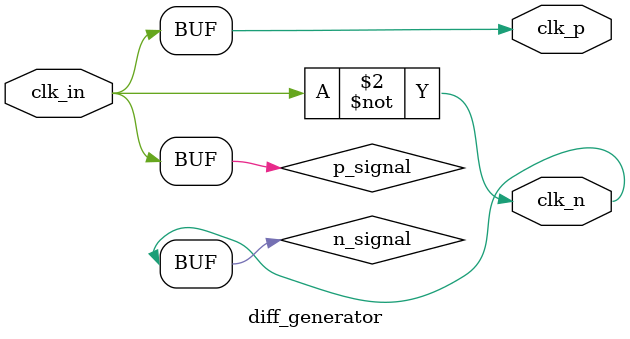
<source format=sv>
`timescale 1ns / 1ps

module diff_clk_buffer (
    input  wire single_ended_clk,
    output wire clk_p,
    output wire clk_n
);
    // 内部信号定义
    wire clk_buffered;
    
    // 实例化优化的输入缓冲和差分生成子模块
    input_buffer u_input_buffer (
        .clk_in  (single_ended_clk),
        .clk_out (clk_buffered)
    );
    
    diff_generator u_diff_generator (
        .clk_in  (clk_buffered),
        .clk_p   (clk_p),
        .clk_n   (clk_n)
    );
    
endmodule

//-------------------------------------------------------------------------------
// 输入缓冲模块：处理输入时钟信号的缓冲
//-------------------------------------------------------------------------------
module input_buffer (
    input  wire clk_in,
    output wire clk_out
);
    // 参数化缓冲延迟
    parameter BUFFER_DELAY = 0; // 单位: ps
    
    // 使用连续赋值替代延迟赋值，提高综合工具兼容性
    reg clk_buffered;
    
    always @(clk_in)
        clk_buffered = clk_in;
    
    assign clk_out = clk_buffered;
    
endmodule

//-------------------------------------------------------------------------------
// 差分信号生成模块：将单端信号转换为差分对
//-------------------------------------------------------------------------------
module diff_generator (
    input  wire clk_in,
    output wire clk_p,
    output wire clk_n
);
    // 参数化控制
    parameter SKEW_CONTROL = 0; // 单位: ps
    
    // 优化的差分信号生成逻辑
    reg p_signal, n_signal;
    
    always @(clk_in) begin
        p_signal = clk_in;
        n_signal = ~clk_in;
    end
    
    // 输出赋值
    assign clk_p = p_signal;
    assign clk_n = n_signal;
    
endmodule
</source>
